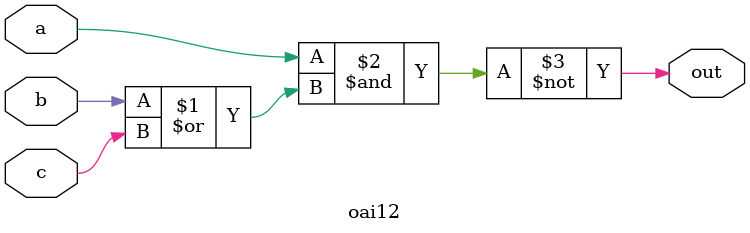
<source format=v>
`timescale 1ns/1ps

module oai12(a, b, c, out);
input a, b, c;
output out;
assign out = ~(a & (b | c));
endmodule

</source>
